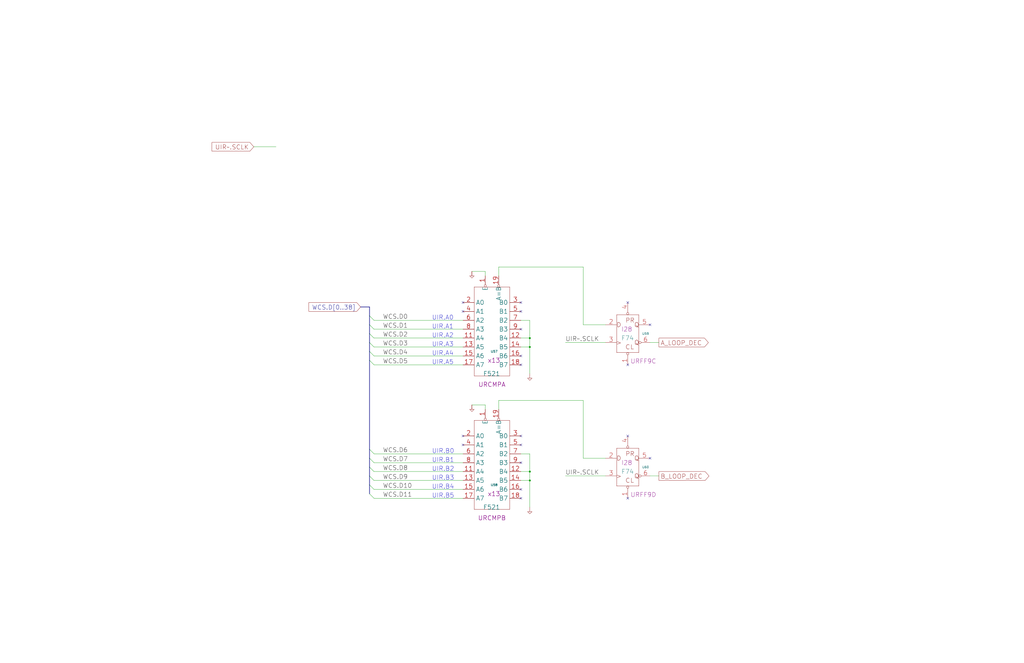
<source format=kicad_sch>
(kicad_sch (version 20221206) (generator eeschema)
  (paper "User" 584.2 378.46)
  (title_block (title "WRITEABLE CONTROL STORE\\nLOOP REGISTER PRE-DECODE") (date "22-MAR-90") (rev "1.0") (comment 1 "VALUE") (comment 2 "232-003063") (comment 3 "S400") (comment 4 "RELEASED"))
  (lib_symbols
    (symbol "r1000:F521" (pin_names (offset 1.016))
      (property "Reference" "U" (at 2.54 5.08 0))
      (property "Value" "F521" (at -3.81 -7.62 0))
      (property "Location" "___" (at -1.27 0 0))
      (property "Name" "______" (at 1.27 -15.24 0))
      (symbol "F521_1_1"
        (rectangle (start -8.89 41.91) (end 11.43 -8.89))
        (circle (center -2.54 42.545) (radius 0.635))
        (circle (center 5.08 42.545) (radius 0.635))
        (pin input line (at -2.54 48.26 270) (length 5.08) (name "E") (number "1"))
        (pin input line (at -15.24 12.7 0) (length 6.35) (name "A4") (number "11"))
        (pin input line (at 17.78 12.7 180) (length 6.35) (name "B4") (number "12"))
        (pin input line (at -15.24 7.62 0) (length 6.35) (name "A5") (number "13"))
        (pin input line (at 17.78 7.62 180) (length 6.35) (name "B5") (number "14"))
        (pin input line (at -15.24 2.54 0) (length 6.35) (name "A6") (number "15"))
        (pin input line (at 17.78 2.54 180) (length 6.35) (name "B6") (number "16"))
        (pin input line (at -15.24 -2.54 0) (length 6.35) (name "A7") (number "17"))
        (pin input line (at 17.78 -2.54 180) (length 6.35) (name "B7") (number "18"))
        (pin output line (at 5.08 48.26 270) (length 5.08) (name "A=B") (number "19"))
        (pin input line (at -15.24 33.02 0) (length 6.35) (name "A0") (number "2"))
        (pin input line (at 17.78 33.02 180) (length 6.35) (name "B0") (number "3"))
        (pin input line (at -15.24 27.94 0) (length 6.35) (name "A1") (number "4"))
        (pin input line (at 17.78 27.94 180) (length 6.35) (name "B1") (number "5"))
        (pin input line (at -15.24 22.86 0) (length 6.35) (name "A2") (number "6"))
        (pin input line (at 17.78 22.86 180) (length 6.35) (name "B2") (number "7"))
        (pin input line (at -15.24 17.78 0) (length 6.35) (name "A3") (number "8"))
        (pin input line (at 17.78 17.78 180) (length 6.35) (name "B3") (number "9"))
      )
    )
    (symbol "r1000:F74" (pin_names (offset 1.016) hide)
      (property "Reference" "U" (at 12.7 -2.54 0))
      (property "Value" "F74" (at -1.27 -5.08 0))
      (property "Location" "___" (at -1.27 0 0))
      (property "Name" "______" (at 11.43 -19.685 0))
      (symbol "F74_0_1"
        (rectangle (start -3.81 8.255) (end 8.89 -13.335) (stroke (width 0.1524)))
        (polyline (pts (xy 2.54 -15.24) (xy 2.54 -14.605)) (stroke (width 0.1524)))
        (polyline (pts (xy 2.54 10.16) (xy 2.54 9.525)) (stroke (width 0.1524)))
      )
      (symbol "F74_1_1"
        (circle (center 2.54 -13.97) (radius 0.635))
        (circle (center 2.54 8.89) (radius 0.635))
        (circle (center 9.525 -7.62) (radius 0.635))
        (text ">" (at -2.54 -7.62 0) (effects (font (size 2.54 2.54))))
        (text "C" (at 2.54 -10.16 0) (effects (font (size 2.54 2.54))))
        (text "D" (at -2.54 2.54 0) (effects (font (size 2.54 2.54))))
        (text "L" (at 5.08 -10.16 0) (effects (font (size 2.54 2.54))))
        (text "P" (at 2.54 5.08 0) (effects (font (size 2.54 2.54))))
        (text "Q" (at 7.62 -7.62 0) (effects (font (size 2.54 2.54))))
        (text "Q" (at 7.62 2.54 0) (effects (font (size 2.54 2.54))))
        (text "R" (at 5.08 5.08 0) (effects (font (size 2.54 2.54))))
        (pin input line (at 2.54 -20.32 90) (length 5.08) (name "CL_") (number "1"))
        (pin input line (at -10.16 2.54 0) (length 6.35) (name "D") (number "2"))
        (pin input line (at -10.16 -7.62 0) (length 6.35) (name "CLK") (number "3"))
        (pin input line (at 2.54 15.24 270) (length 5.08) (name "PR_") (number "4"))
        (pin output line (at 15.24 2.54 180) (length 6.35) (name "Q") (number "5"))
        (pin output line (at 15.24 -7.62 180) (length 5.08) (name "Q_") (number "6"))
      )
    )
    (symbol "r1000:PD" (power) (pin_numbers hide) (pin_names hide) (in_bom no)
      (symbol "PD_0_1"
        (polyline (pts (xy 0 -2.54) (xy 1.27 -2.54) (xy 0 -3.81) (xy -1.27 -2.54) (xy 0 -2.54)) (stroke (width 0.1524)))
      )
      (symbol "PD_1_1"
        (pin power_in line (at 0 0 270) (length 2.54) (name "PD") (number "1"))
      )
    )
  )
  (junction (at 302.26 198.12))
  (junction (at 302.26 193.04))
  (junction (at 302.26 269.24))
  (junction (at 302.26 274.32))
  (no_connect (at 358.14 172.72))
  (no_connect (at 297.18 208.28))
  (no_connect (at 297.18 203.2))
  (no_connect (at 370.84 261.62))
  (no_connect (at 264.16 172.72))
  (no_connect (at 358.14 284.48))
  (no_connect (at 297.18 248.92))
  (no_connect (at 297.18 264.16))
  (no_connect (at 264.16 254))
  (no_connect (at 297.18 187.96))
  (no_connect (at 297.18 279.4))
  (no_connect (at 358.14 208.28))
  (no_connect (at 370.84 185.42))
  (no_connect (at 297.18 172.72))
  (no_connect (at 297.18 177.8))
  (no_connect (at 297.18 254))
  (no_connect (at 297.18 284.48))
  (no_connect (at 264.16 177.8))
  (no_connect (at 358.14 248.92))
  (no_connect (at 264.16 248.92))
  (bus_entry (at 210.82 185.42) (size 2.54 2.54))
  (bus_entry (at 210.82 266.7) (size 2.54 2.54))
  (bus_entry (at 210.82 180.34) (size 2.54 2.54))
  (bus_entry (at 210.82 195.58) (size 2.54 2.54))
  (bus_entry (at 210.82 205.74) (size 2.54 2.54))
  (bus_entry (at 210.82 190.5) (size 2.54 2.54))
  (bus_entry (at 210.82 200.66) (size 2.54 2.54))
  (bus_entry (at 210.82 261.62) (size 2.54 2.54))
  (bus_entry (at 210.82 276.86) (size 2.54 2.54))
  (bus_entry (at 210.82 271.78) (size 2.54 2.54))
  (bus_entry (at 210.82 281.94) (size 2.54 2.54))
  (bus_entry (at 210.82 256.54) (size 2.54 2.54))
  (wire (pts (xy 297.18 182.88) (xy 302.26 182.88)))
  (wire (pts (xy 144.78 83.82) (xy 157.48 83.82)))
  (wire (pts (xy 332.74 228.6) (xy 332.74 261.62)))
  (wire (pts (xy 284.48 228.6) (xy 332.74 228.6)))
  (wire (pts (xy 332.74 152.4) (xy 332.74 185.42)))
  (wire (pts (xy 213.36 193.04) (xy 264.16 193.04)))
  (bus (pts (xy 210.82 276.86) (xy 210.82 281.94)))
  (wire (pts (xy 276.86 231.14) (xy 276.86 233.68)))
  (bus (pts (xy 210.82 271.78) (xy 210.82 276.86)))
  (wire (pts (xy 213.36 182.88) (xy 264.16 182.88)))
  (bus (pts (xy 210.82 195.58) (xy 210.82 190.5)))
  (wire (pts (xy 284.48 152.4) (xy 332.74 152.4)))
  (wire (pts (xy 297.18 193.04) (xy 302.26 193.04)))
  (bus (pts (xy 210.82 256.54) (xy 210.82 261.62)))
  (wire (pts (xy 284.48 233.68) (xy 284.48 228.6)))
  (wire (pts (xy 213.36 203.2) (xy 264.16 203.2)))
  (wire (pts (xy 213.36 264.16) (xy 264.16 264.16)))
  (wire (pts (xy 302.26 182.88) (xy 302.26 193.04)))
  (wire (pts (xy 302.26 198.12) (xy 302.26 213.36)))
  (wire (pts (xy 332.74 185.42) (xy 345.44 185.42)))
  (wire (pts (xy 213.36 259.08) (xy 264.16 259.08)))
  (wire (pts (xy 322.58 195.58) (xy 345.44 195.58)))
  (wire (pts (xy 276.86 154.94) (xy 276.86 157.48)))
  (wire (pts (xy 213.36 187.96) (xy 264.16 187.96)))
  (wire (pts (xy 213.36 274.32) (xy 264.16 274.32)))
  (wire (pts (xy 213.36 208.28) (xy 264.16 208.28)))
  (bus (pts (xy 210.82 185.42) (xy 210.82 190.5)))
  (wire (pts (xy 297.18 269.24) (xy 302.26 269.24)))
  (wire (pts (xy 213.36 269.24) (xy 264.16 269.24)))
  (bus (pts (xy 210.82 271.78) (xy 210.82 266.7)))
  (bus (pts (xy 205.74 175.26) (xy 210.82 175.26)))
  (wire (pts (xy 322.58 271.78) (xy 345.44 271.78)))
  (wire (pts (xy 297.18 259.08) (xy 302.26 259.08)))
  (wire (pts (xy 332.74 261.62) (xy 345.44 261.62)))
  (bus (pts (xy 210.82 175.26) (xy 210.82 180.34)))
  (bus (pts (xy 210.82 200.66) (xy 210.82 205.74)))
  (bus (pts (xy 210.82 195.58) (xy 210.82 200.66)))
  (wire (pts (xy 297.18 274.32) (xy 302.26 274.32)))
  (wire (pts (xy 213.36 279.4) (xy 264.16 279.4)))
  (wire (pts (xy 213.36 284.48) (xy 264.16 284.48)))
  (wire (pts (xy 213.36 198.12) (xy 264.16 198.12)))
  (bus (pts (xy 210.82 205.74) (xy 210.82 256.54)))
  (wire (pts (xy 302.26 259.08) (xy 302.26 269.24)))
  (wire (pts (xy 370.84 195.58) (xy 375.92 195.58)))
  (bus (pts (xy 210.82 261.62) (xy 210.82 266.7)))
  (bus (pts (xy 210.82 180.34) (xy 210.82 185.42)))
  (wire (pts (xy 302.26 274.32) (xy 302.26 289.56)))
  (wire (pts (xy 269.24 154.94) (xy 276.86 154.94)))
  (wire (pts (xy 269.24 231.14) (xy 276.86 231.14)))
  (wire (pts (xy 302.26 269.24) (xy 302.26 274.32)))
  (wire (pts (xy 297.18 198.12) (xy 302.26 198.12)))
  (wire (pts (xy 370.84 271.78) (xy 375.92 271.78)))
  (wire (pts (xy 302.26 193.04) (xy 302.26 198.12)))
  (wire (pts (xy 284.48 157.48) (xy 284.48 152.4)))
  (text "UIR.A1" (at 246.38 187.96 0) (effects (font (size 2.54 2.54)) (justify left bottom)))
  (text "UIR.B2" (at 246.38 269.24 0) (effects (font (size 2.54 2.54)) (justify left bottom)))
  (text "UIR.A5" (at 246.38 208.28 0) (effects (font (size 2.54 2.54)) (justify left bottom)))
  (text "UIR.B4" (at 246.38 279.4 0) (effects (font (size 2.54 2.54)) (justify left bottom)))
  (text "UIR.A0" (at 246.38 182.88 0) (effects (font (size 2.54 2.54)) (justify left bottom)))
  (text "UIR.A3" (at 246.38 198.12 0) (effects (font (size 2.54 2.54)) (justify left bottom)))
  (text "UIR.B5" (at 246.38 284.48 0) (effects (font (size 2.54 2.54)) (justify left bottom)))
  (text "UIR.B1" (at 246.38 264.16 0) (effects (font (size 2.54 2.54)) (justify left bottom)))
  (text "UIR.B0" (at 246.38 259.08 0) (effects (font (size 2.54 2.54)) (justify left bottom)))
  (text "UIR.B3" (at 246.38 274.32 0) (effects (font (size 2.54 2.54)) (justify left bottom)))
  (text "UIR.A4" (at 246.38 203.2 0) (effects (font (size 2.54 2.54)) (justify left bottom)))
  (text "UIR.A2" (at 246.38 193.04 0) (effects (font (size 2.54 2.54)) (justify left bottom)))
  (label "UIR~.SCLK" (at 322.58 195.58 0) (effects (font (size 2.54 2.54))))
  (label "UIR~.SCLK" (at 322.58 271.78 0) (effects (font (size 2.54 2.54))))
  (label "WCS.D0" (at 218.44 182.88 0) (effects (font (size 2.54 2.54))))
  (label "WCS.D8" (at 218.44 269.24 0) (effects (font (size 2.54 2.54))))
  (label "WCS.D5" (at 218.44 208.28 0) (effects (font (size 2.54 2.54))))
  (label "WCS.D6" (at 218.44 259.08 0) (effects (font (size 2.54 2.54))))
  (label "WCS.D1" (at 218.44 187.96 0) (effects (font (size 2.54 2.54))))
  (label "WCS.D9" (at 218.44 274.32 0) (effects (font (size 2.54 2.54))))
  (label "WCS.D3" (at 218.44 198.12 0) (effects (font (size 2.54 2.54))))
  (label "WCS.D10" (at 218.44 279.4 0) (effects (font (size 2.54 2.54))))
  (label "WCS.D2" (at 218.44 193.04 0) (effects (font (size 2.54 2.54))))
  (label "WCS.D4" (at 218.44 203.2 0) (effects (font (size 2.54 2.54))))
  (label "WCS.D11" (at 218.44 284.48 0) (effects (font (size 2.54 2.54))))
  (label "WCS.D7" (at 218.44 264.16 0) (effects (font (size 2.54 2.54))))
  (global_label "B_LOOP_DEC" (shape output) (at 375.92 271.78 0) (effects (font (size 2.54 2.54))) (property "Intersheetrefs" "${INTERSHEET_REFS}" (at 404.4527 271.6213 0) (effects (font (size 1.905 1.905)) (justify left))))
  (global_label "WCS.D[0..38]" (shape input) (at 205.74 175.26 180) (effects (font (size 2.54 2.54))) (property "Intersheetrefs" "${INTERSHEET_REFS}" (at 176.2397 175.1013 0) (effects (font (size 1.905 1.905)) (justify right))))
  (global_label "UIR~.SCLK" (shape input) (at 144.78 83.82 180) (effects (font (size 2.54 2.54))) (property "Intersheetrefs" "${INTERSHEET_REFS}" (at 120.2976 83.82 0) (effects (font (size 1.905 1.905)) (justify right))))
  (global_label "A_LOOP_DEC" (shape output) (at 375.92 195.58 0) (effects (font (size 2.54 2.54))) (property "Intersheetrefs" "${INTERSHEET_REFS}" (at 404.0898 195.4213 0) (effects (font (size 1.905 1.905)) (justify left))))
  (symbol (lib_id "r1000:PD") (at 302.26 213.36 0) (unit 1) (in_bom no)
    (property "Reference" "#PWR042" (effects hide))
    (property "Value" "PD" (effects hide))
  )
  (symbol (lib_id "r1000:PD") (at 269.24 154.94 0) (unit 1) (in_bom no)
    (property "Reference" "#PWR040" (effects hide))
    (property "Value" "PD" (effects hide))
  )
  (symbol (lib_id "r1000:PD") (at 302.26 289.56 0) (unit 1) (in_bom no)
    (property "Reference" "#PWR043" (effects hide))
    (property "Value" "PD" (effects hide))
  )
  (symbol (lib_id "r1000:F74") (at 355.6 264.16 0) (unit 1)
    (property "Reference" "U60" (at 368.3 266.7 0))
    (property "Value" "F74" (at 354.33 269.24 0) (effects (font (size 2.54 2.54)) (justify left)))
    (property "Location" "I28" (at 354.33 264.16 0) (effects (font (size 2.54 2.54)) (justify left)))
    (property "Name" "URFF9D" (at 367.03 283.845 0) (effects (font (size 2.54 2.54)) (justify bottom)))
  )
  (symbol (lib_id "r1000:F521") (at 279.4 281.94 0) (unit 1)
    (property "Reference" "U58" (at 281.94 276.86 0))
    (property "Value" "F521" (at 275.59 289.56 0) (effects (font (size 2.54 2.54)) (justify left)))
    (property "Location" "x13" (at 278.13 281.94 0) (effects (font (size 2.54 2.54)) (justify left)))
    (property "Name" "URCMPB" (at 280.67 297.18 0) (effects (font (size 2.54 2.54)) (justify bottom)))
  )
  (symbol (lib_id "r1000:PD") (at 269.24 231.14 0) (unit 1) (in_bom no)
    (property "Reference" "#PWR041" (effects hide))
    (property "Value" "PD" (effects hide))
  )
  (symbol (lib_id "r1000:F521") (at 279.4 205.74 0) (unit 1)
    (property "Reference" "U57" (at 281.94 200.66 0))
    (property "Value" "F521" (at 275.59 213.36 0) (effects (font (size 2.54 2.54)) (justify left)))
    (property "Location" "x13" (at 278.13 205.74 0) (effects (font (size 2.54 2.54)) (justify left)))
    (property "Name" "URCMPA" (at 280.67 220.98 0) (effects (font (size 2.54 2.54)) (justify bottom)))
  )
  (symbol (lib_id "r1000:F74") (at 355.6 187.96 0) (unit 1)
    (property "Reference" "U59" (at 368.3 190.5 0))
    (property "Value" "F74" (at 354.33 193.04 0) (effects (font (size 2.54 2.54)) (justify left)))
    (property "Location" "I28" (at 354.33 187.96 0) (effects (font (size 2.54 2.54)) (justify left)))
    (property "Name" "URFF9C" (at 367.03 207.645 0) (effects (font (size 2.54 2.54)) (justify bottom)))
  )
)
</source>
